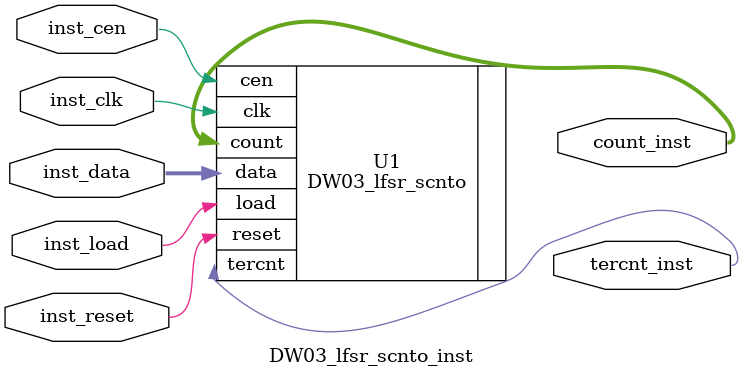
<source format=v>
module DW03_lfsr_scnto_inst( inst_data, inst_load, inst_cen, inst_clk, 
                             inst_reset, count_inst, tercnt_inst );

  parameter width = 8;
  parameter count_to = 8;

  input [width-1 : 0] inst_data;
  input inst_load;
  input inst_cen;
  input inst_clk;
  input inst_reset;
  output [width-1 : 0] count_inst;
  output tercnt_inst;

  // Instance of DW03_lfsr_scnto
  DW03_lfsr_scnto #(width, count_to)
    U1 ( .data(inst_data), .load(inst_load), .cen(inst_cen), .clk(inst_clk),
         .reset(inst_reset), .count(count_inst), .tercnt(tercnt_inst) );

endmodule


</source>
